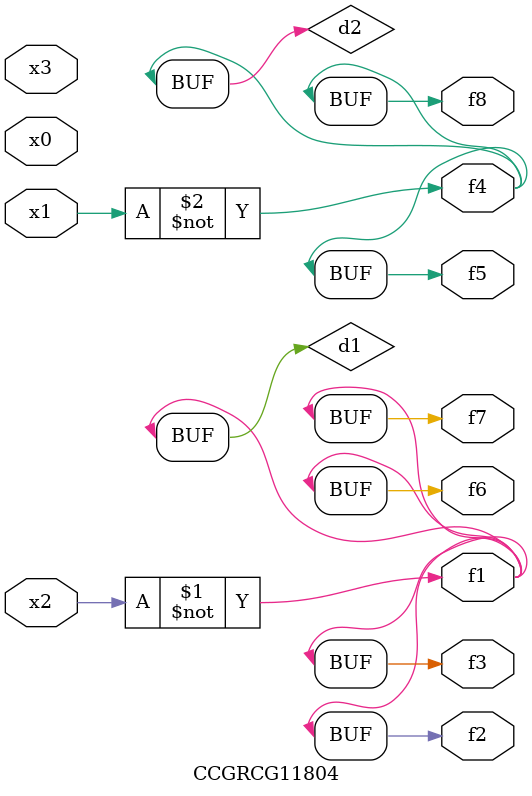
<source format=v>
module CCGRCG11804(
	input x0, x1, x2, x3,
	output f1, f2, f3, f4, f5, f6, f7, f8
);

	wire d1, d2;

	xnor (d1, x2);
	not (d2, x1);
	assign f1 = d1;
	assign f2 = d1;
	assign f3 = d1;
	assign f4 = d2;
	assign f5 = d2;
	assign f6 = d1;
	assign f7 = d1;
	assign f8 = d2;
endmodule

</source>
